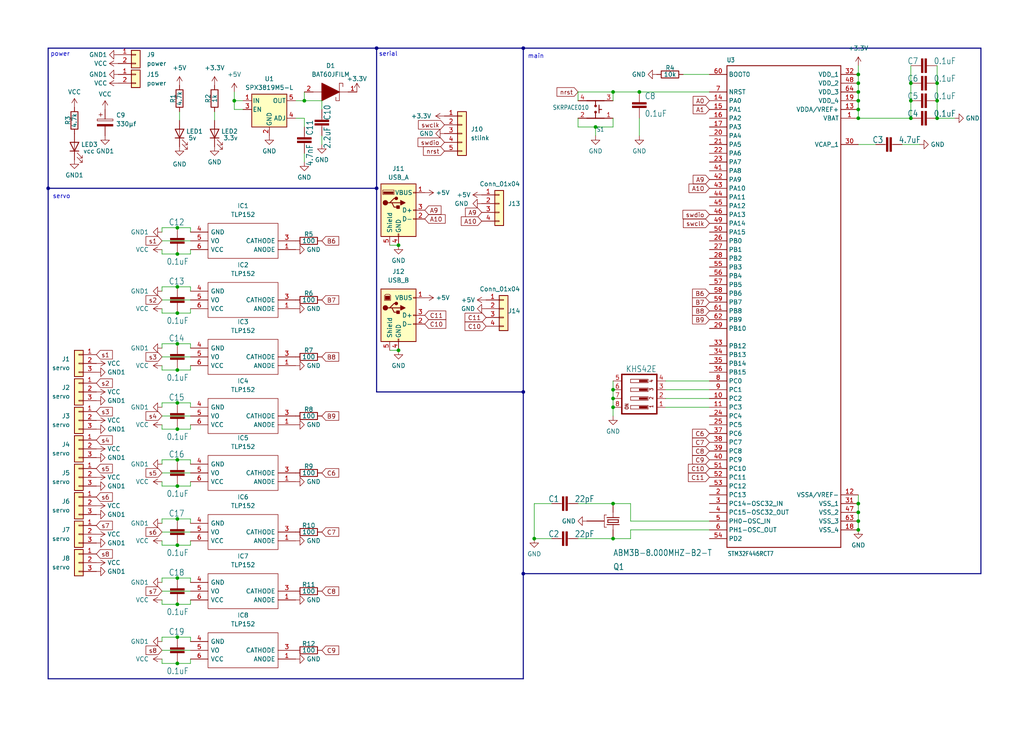
<source format=kicad_sch>
(kicad_sch (version 20230121) (generator eeschema)
  (paper "User" 297.002 212.319)
  (title_block (title "ALTAIR_SERVO_MODULE_V1") (date "2024-01-22") (rev "1.0.0") (company "-Altair-"))
  (lib_symbols
    (symbol "Connector:USB_A" (pin_names (offset 1.016))
      (property "Reference" "J" (at -5.08 11.43 0))
      (property "Value" "USB_A" (at -5.08 8.89 0))
      (symbol "USB_A_1_1"
        (pin power_in line (at 7.62 5.08 180) (length 2.54) (name "VBUS") (number "1"))
        (pin bidirectional line (at 7.62 -2.54 180) (length 2.54) (name "D-") (number "2"))
        (pin bidirectional line (at 7.62 0 180) (length 2.54) (name "D+") (number "3"))
        (pin power_in line (at 0 -10.16 90) (length 2.54) (name "GND") (number "4"))
        (pin passive line (at -2.54 -10.16 90) (length 2.54) (name "Shield") (number "5"))
      )
    )
    (symbol "Connector:USB_B" (pin_names (offset 1.016))
      (property "Reference" "J" (at -5.08 11.43 0))
      (property "Value" "USB_B" (at -5.08 8.89 0))
      (symbol "USB_B_1_1"
        (pin power_out line (at 7.62 5.08 180) (length 2.54) (name "VBUS") (number "1"))
        (pin bidirectional line (at 7.62 -2.54 180) (length 2.54) (name "D-") (number "2"))
        (pin bidirectional line (at 7.62 0 180) (length 2.54) (name "D+") (number "3"))
        (pin power_out line (at 0 -10.16 90) (length 2.54) (name "GND") (number "4"))
        (pin passive line (at -2.54 -10.16 90) (length 2.54) (name "Shield") (number "5"))
      )
    )
    (symbol "Connector_Generic:Conn_01x02" (pin_names (offset 1.016) hide)
      (property "Reference" "J" (at 0 2.54 0))
      (property "Value" "Conn_01x02" (at 0 -5.08 0))
      (symbol "Conn_01x02_1_1"
        (pin passive line (at -5.08 0 0) (length 3.81) (name "Pin_1") (number "1"))
        (pin passive line (at -5.08 -2.54 0) (length 3.81) (name "Pin_2") (number "2"))
      )
    )
    (symbol "Connector_Generic:Conn_01x03" (pin_names (offset 1.016) hide)
      (property "Reference" "J" (at 0 5.08 0))
      (property "Value" "Conn_01x03" (at 0 -5.08 0))
      (symbol "Conn_01x03_1_1"
        (pin passive line (at -5.08 2.54 0) (length 3.81) (name "Pin_1") (number "1"))
        (pin passive line (at -5.08 0 0) (length 3.81) (name "Pin_2") (number "2"))
        (pin passive line (at -5.08 -2.54 0) (length 3.81) (name "Pin_3") (number "3"))
      )
    )
    (symbol "Connector_Generic:Conn_01x04" (pin_names (offset 1.016) hide)
      (property "Reference" "J" (at 0 5.08 0))
      (property "Value" "Conn_01x04" (at 0 -7.62 0))
      (symbol "Conn_01x04_1_1"
        (pin passive line (at -5.08 2.54 0) (length 3.81) (name "Pin_1") (number "1"))
        (pin passive line (at -5.08 0 0) (length 3.81) (name "Pin_2") (number "2"))
        (pin passive line (at -5.08 -2.54 0) (length 3.81) (name "Pin_3") (number "3"))
        (pin passive line (at -5.08 -5.08 0) (length 3.81) (name "Pin_4") (number "4"))
      )
    )
    (symbol "Connector_Generic:Conn_01x05" (pin_names (offset 1.016) hide)
      (property "Reference" "J" (at 0 7.62 0))
      (property "Value" "Conn_01x05" (at 0 -7.62 0))
      (symbol "Conn_01x05_1_1"
        (pin passive line (at -5.08 5.08 0) (length 3.81) (name "Pin_1") (number "1"))
        (pin passive line (at -5.08 2.54 0) (length 3.81) (name "Pin_2") (number "2"))
        (pin passive line (at -5.08 0 0) (length 3.81) (name "Pin_3") (number "3"))
        (pin passive line (at -5.08 -2.54 0) (length 3.81) (name "Pin_4") (number "4"))
        (pin passive line (at -5.08 -5.08 0) (length 3.81) (name "Pin_5") (number "5"))
      )
    )
    (symbol "Device:C_Polarized" (pin_numbers hide) (pin_names (offset 0.254))
      (property "Reference" "C" (at 0.635 2.54 0))
      (property "Value" "C_Polarized" (at 0.635 -2.54 0))
      (symbol "C_Polarized_1_1"
        (pin passive line (at 0 3.81 270) (length 2.794) (name "~") (number "1"))
        (pin passive line (at 0 -3.81 90) (length 2.794) (name "~") (number "2"))
      )
    )
    (symbol "Device:LED" (pin_numbers hide) (pin_names (offset 1.016) hide)
      (property "Reference" "D" (at 0 2.54 0))
      (property "Value" "LED" (at 0 -2.54 0))
      (symbol "LED_1_1"
        (pin passive line (at -3.81 0 0) (length 2.54) (name "K") (number "1"))
        (pin passive line (at 3.81 0 180) (length 2.54) (name "A") (number "2"))
      )
    )
    (symbol "Device:R" (pin_numbers hide) (pin_names (offset 0))
      (property "Reference" "R" (at 2.032 0 90))
      (property "Value" "R" (at 0 0 90))
      (symbol "R_1_1"
        (pin passive line (at 0 3.81 270) (length 1.27) (name "~") (number "1"))
        (pin passive line (at 0 -3.81 90) (length 1.27) (name "~") (number "2"))
      )
    )
    (symbol "Regulator_Linear:SPX3819M5-L" (pin_names (offset 0.254))
      (property "Reference" "U" (at -3.81 5.715 0))
      (property "Value" "SPX3819M5-L" (at 0 5.715 0))
      (symbol "SPX3819M5-L_1_1"
        (pin power_in line (at -7.62 2.54 0) (length 2.54) (name "IN") (number "1"))
        (pin power_in line (at 0 -7.62 90) (length 2.54) (name "GND") (number "2"))
        (pin input line (at -7.62 0 0) (length 2.54) (name "EN") (number "3"))
        (pin input line (at 7.62 -2.54 180) (length 2.54) (name "ADJ") (number "4"))
        (pin power_out line (at 7.62 2.54 180) (length 2.54) (name "OUT") (number "5"))
      )
    )
    (symbol "SamacSys_Parts:BAT60JFILM" (pin_names (offset 0.762))
      (property "Reference" "D" (at 12.7 8.89 0))
      (property "Value" "BAT60JFILM" (at 12.7 6.35 0))
      (symbol "BAT60JFILM_0_0"
        (pin passive line (at 2.54 0 0) (length 2.54) (name "~") (number "1"))
        (pin passive line (at 17.78 0 180) (length 2.54) (name "~") (number "2"))
      )
    )
    (symbol "SamacSys_Parts:TLP152" (pin_names (offset 0.762))
      (property "Reference" "IC" (at 26.67 7.62 0))
      (property "Value" "TLP152" (at 26.67 5.08 0))
      (symbol "TLP152_0_0"
        (pin passive line (at 0 0 0) (length 5.08) (name "ANODE") (number "1"))
        (pin passive line (at 0 -2.54 0) (length 5.08) (name "CATHODE") (number "3"))
        (pin passive line (at 30.48 -5.08 180) (length 5.08) (name "GND") (number "4"))
        (pin passive line (at 30.48 -2.54 180) (length 5.08) (name "VO") (number "5"))
        (pin passive line (at 30.48 0 180) (length 5.08) (name "VCC") (number "6"))
      )
    )
    (symbol "power:+3.3V" (power) (pin_names (offset 0))
      (property "Value" "+3.3V" (at 0 3.556 0))
      (symbol "+3.3V_1_1"
        (pin power_in line (at 0 0 90) (length 0) hide (name "+3.3V") (number "1"))
      )
    )
    (symbol "power:+5V" (power) (pin_names (offset 0))
      (property "Value" "+5V" (at 0 3.556 0))
      (symbol "+5V_1_1"
        (pin power_in line (at 0 0 90) (length 0) hide (name "+5V") (number "1"))
      )
    )
    (symbol "power:GND" (power) (pin_names (offset 0))
      (property "Value" "GND" (at 0 -3.81 0))
      (symbol "GND_1_1"
        (pin power_in line (at 0 0 270) (length 0) hide (name "GND") (number "1"))
      )
    )
    (symbol "power:GND1" (power) (pin_names (offset 0))
      (property "Value" "GND1" (at 0 -3.81 0))
      (symbol "GND1_1_1"
        (pin power_in line (at 0 0 270) (length 0) hide (name "GND1") (number "1"))
      )
    )
    (symbol "power:VCC" (power) (pin_names (offset 0))
      (property "Value" "VCC" (at 0 3.81 0))
      (symbol "VCC_1_1"
        (pin power_in line (at 0 0 90) (length 0) hide (name "VCC") (number "1"))
      )
    )
    (symbol "ver1-eagle-import:ABM3B-8.000MHZ-B2-T"
      (property "Reference" "Y" (at 2.5408 1.0163 0))
      (symbol "ABM3B-8.000MHZ-B2-T_1_0"
        (pin passive line (at -5.08 0 0) (length 2.54) (name "1") (number "1"))
        (pin passive line (at 0 -7.62 90) (length 5.08) (name "GND") (number "2"))
        (pin passive line (at 5.08 0 180) (length 2.54) (name "3") (number "3"))
        (pin passive line (at 0 -7.62 90) (length 5.08) (name "GND") (number "4"))
      )
    )
    (symbol "ver1-eagle-import:C-EUC0603"
      (property "Reference" "C" (at 1.524 0.381 0))
      (symbol "C-EUC0603_1_0"
        (pin passive line (at 0 2.54 270) (length 2.54) (name "1") (number "1"))
        (pin passive line (at 0 -5.08 90) (length 2.54) (name "2") (number "2"))
      )
    )
    (symbol "ver1-eagle-import:C-EUC0805"
      (property "Reference" "C" (at 1.524 0.381 0))
      (symbol "C-EUC0805_1_0"
        (pin passive line (at 0 2.54 270) (length 2.54) (name "1") (number "1"))
        (pin passive line (at 0 -5.08 90) (length 2.54) (name "2") (number "2"))
      )
    )
    (symbol "ver1-eagle-import:KHS42E"
      (symbol "KHS42E_1_0"
        (text "1" (at -2.794 -4.064 0) (effects (font (size 0.9906 0.842) (thickness 0.1684) bold) (justify left bottom)))
        (text "2" (at -0.381 -4.064 0) (effects (font (size 0.9906 0.842) (thickness 0.1684) bold) (justify left bottom)))
        (text "3" (at 2.159 -4.064 0) (effects (font (size 0.9906 0.842) (thickness 0.1684) bold) (justify left bottom)))
        (text "4" (at 4.572 -4.064 0) (effects (font (size 0.9906 0.842) (thickness 0.1684) bold) (justify left bottom)))
        (text "ON" (at -3.302 3.048 0) (effects (font (size 0.9906 0.842) (thickness 0.1684) bold) (justify left bottom)))
        (pin passive line (at -2.54 -7.62 90) (length 2.54) (name "1") (number "1"))
        (pin passive line (at 0 -7.62 90) (length 2.54) (name "2") (number "2"))
        (pin passive line (at 2.54 -7.62 90) (length 2.54) (name "3") (number "3"))
        (pin passive line (at 5.08 -7.62 90) (length 2.54) (name "4") (number "4"))
        (pin passive line (at 5.08 7.62 270) (length 2.54) (name "5") (number "5"))
        (pin passive line (at 2.54 7.62 270) (length 2.54) (name "6") (number "6"))
        (pin passive line (at 0 7.62 270) (length 2.54) (name "7") (number "7"))
        (pin passive line (at -2.54 7.62 270) (length 2.54) (name "8") (number "8"))
      )
    )
    (symbol "ver1-eagle-import:SKRPACE010"
      (property "Reference" "S" (at -2.5431 5.0862 0))
      (symbol "SKRPACE010_1_0"
        (pin bidirectional line (at -5.08 2.54 0) (length 2.54) (name "1") (number "1"))
        (pin bidirectional line (at 5.08 2.54 180) (length 2.54) (name "2") (number "2"))
        (pin bidirectional line (at -5.08 -2.54 0) (length 2.54) (name "3") (number "3"))
        (pin bidirectional line (at 5.08 -2.54 180) (length 2.54) (name "4") (number "4"))
      )
    )
    (symbol "ver1-eagle-import:STM32F446RCT7"
      (property "Reference" "U" (at -17.8294 66.988 0))
      (symbol "STM32F446RCT7_1_0"
        (pin power_in line (at 20.32 50.8 180) (length 5.08) (name "VBAT") (number "1"))
        (pin bidirectional line (at -22.86 -30.48 0) (length 5.08) (name "PC2") (number "10"))
        (pin bidirectional line (at -22.86 -33.02 0) (length 5.08) (name "PC3") (number "11"))
        (pin power_in line (at 20.32 -58.42 180) (length 5.08) (name "VSSA/VREF-") (number "12"))
        (pin power_in line (at 20.32 53.34 180) (length 5.08) (name "VDDA/VREF+") (number "13"))
        (pin bidirectional line (at -22.86 55.88 0) (length 5.08) (name "PA0") (number "14"))
        (pin bidirectional line (at -22.86 53.34 0) (length 5.08) (name "PA1") (number "15"))
        (pin bidirectional line (at -22.86 50.8 0) (length 5.08) (name "PA2") (number "16"))
        (pin bidirectional line (at -22.86 48.26 0) (length 5.08) (name "PA3") (number "17"))
        (pin power_in line (at 20.32 -68.58 180) (length 5.08) (name "VSS_4") (number "18"))
        (pin power_in line (at 20.32 55.88 180) (length 5.08) (name "VDD_4") (number "19"))
        (pin bidirectional line (at -22.86 -58.42 0) (length 5.08) (name "PC13") (number "2"))
        (pin bidirectional line (at -22.86 45.72 0) (length 5.08) (name "PA4") (number "20"))
        (pin bidirectional line (at -22.86 43.18 0) (length 5.08) (name "PA5") (number "21"))
        (pin bidirectional line (at -22.86 40.64 0) (length 5.08) (name "PA6") (number "22"))
        (pin bidirectional line (at -22.86 38.1 0) (length 5.08) (name "PA7") (number "23"))
        (pin bidirectional line (at -22.86 -35.56 0) (length 5.08) (name "PC4") (number "24"))
        (pin bidirectional line (at -22.86 -38.1 0) (length 5.08) (name "PC5") (number "25"))
        (pin bidirectional line (at -22.86 15.24 0) (length 5.08) (name "PB0") (number "26"))
        (pin bidirectional line (at -22.86 12.7 0) (length 5.08) (name "PB1") (number "27"))
        (pin bidirectional line (at -22.86 10.16 0) (length 5.08) (name "PB2") (number "28"))
        (pin bidirectional line (at -22.86 -10.16 0) (length 5.08) (name "PB10") (number "29"))
        (pin bidirectional line (at -22.86 -60.96 0) (length 5.08) (name "PC14-OSC32_IN") (number "3"))
        (pin power_in line (at 20.32 43.18 180) (length 5.08) (name "VCAP_1") (number "30"))
        (pin power_in line (at 20.32 -60.96 180) (length 5.08) (name "VSS_1") (number "31"))
        (pin power_in line (at 20.32 63.5 180) (length 5.08) (name "VDD_1") (number "32"))
        (pin bidirectional line (at -22.86 -15.24 0) (length 5.08) (name "PB12") (number "33"))
        (pin bidirectional line (at -22.86 -17.78 0) (length 5.08) (name "PB13") (number "34"))
        (pin bidirectional line (at -22.86 -20.32 0) (length 5.08) (name "PB14") (number "35"))
        (pin bidirectional line (at -22.86 -22.86 0) (length 5.08) (name "PB15") (number "36"))
        (pin bidirectional line (at -22.86 -40.64 0) (length 5.08) (name "PC6") (number "37"))
        (pin bidirectional line (at -22.86 -43.18 0) (length 5.08) (name "PC7") (number "38"))
        (pin bidirectional line (at -22.86 -45.72 0) (length 5.08) (name "PC8") (number "39"))
        (pin bidirectional line (at -22.86 -63.5 0) (length 5.08) (name "PC15-OSC32_OUT") (number "4"))
        (pin bidirectional line (at -22.86 -48.26 0) (length 5.08) (name "PC9") (number "40"))
        (pin bidirectional line (at -22.86 35.56 0) (length 5.08) (name "PA8") (number "41"))
        (pin bidirectional line (at -22.86 33.02 0) (length 5.08) (name "PA9") (number "42"))
        (pin bidirectional line (at -22.86 30.48 0) (length 5.08) (name "PA10") (number "43"))
        (pin bidirectional line (at -22.86 27.94 0) (length 5.08) (name "PA11") (number "44"))
        (pin bidirectional line (at -22.86 25.4 0) (length 5.08) (name "PA12") (number "45"))
        (pin bidirectional line (at -22.86 22.86 0) (length 5.08) (name "PA13") (number "46"))
        (pin power_in line (at 20.32 -63.5 180) (length 5.08) (name "VSS_2") (number "47"))
        (pin power_in line (at 20.32 60.96 180) (length 5.08) (name "VDD_2") (number "48"))
        (pin bidirectional line (at -22.86 20.32 0) (length 5.08) (name "PA14") (number "49"))
        (pin bidirectional line (at -22.86 -66.04 0) (length 5.08) (name "PH0-OSC_IN") (number "5"))
        (pin bidirectional line (at -22.86 17.78 0) (length 5.08) (name "PA15") (number "50"))
        (pin bidirectional line (at -22.86 -50.8 0) (length 5.08) (name "PC10") (number "51"))
        (pin bidirectional line (at -22.86 -53.34 0) (length 5.08) (name "PC11") (number "52"))
        (pin bidirectional line (at -22.86 -55.88 0) (length 5.08) (name "PC12") (number "53"))
        (pin bidirectional line (at -22.86 -71.12 0) (length 5.08) (name "PD2") (number "54"))
        (pin bidirectional line (at -22.86 7.62 0) (length 5.08) (name "PB3") (number "55"))
        (pin bidirectional line (at -22.86 5.08 0) (length 5.08) (name "PB4") (number "56"))
        (pin bidirectional line (at -22.86 2.54 0) (length 5.08) (name "PB5") (number "57"))
        (pin bidirectional line (at -22.86 0 0) (length 5.08) (name "PB6") (number "58"))
        (pin bidirectional line (at -22.86 -2.54 0) (length 5.08) (name "PB7") (number "59"))
        (pin bidirectional line (at -22.86 -68.58 0) (length 5.08) (name "PH1-OSC_OUT") (number "6"))
        (pin input line (at -22.86 63.5 0) (length 5.08) (name "BOOT0") (number "60"))
        (pin bidirectional line (at -22.86 -5.08 0) (length 5.08) (name "PB8") (number "61"))
        (pin bidirectional line (at -22.86 -7.62 0) (length 5.08) (name "PB9") (number "62"))
        (pin power_in line (at 20.32 -66.04 180) (length 5.08) (name "VSS_3") (number "63"))
        (pin power_in line (at 20.32 58.42 180) (length 5.08) (name "VDD_3") (number "64"))
        (pin bidirectional line (at -22.86 58.42 0) (length 5.08) (name "NRST") (number "7"))
        (pin bidirectional line (at -22.86 -25.4 0) (length 5.08) (name "PC0") (number "8"))
        (pin bidirectional line (at -22.86 -27.94 0) (length 5.08) (name "PC1") (number "9"))
      )
    )
  )
  (junction (at 248.92 26.67))
  (junction (at 109.22 13.97))
  (junction (at 248.92 148.59))
  (junction (at 51.435 83.185))
  (junction (at 177.8 156.21))
  (junction (at 271.78 29.21))
  (junction (at 248.92 29.21))
  (junction (at 51.435 140.97))
  (junction (at 248.92 21.59))
  (junction (at 154.94 156.21))
  (junction (at 177.8 115.57))
  (junction (at 248.92 31.75))
  (junction (at 151.765 13.97))
  (junction (at 151.765 166.37))
  (junction (at 248.92 146.05))
  (junction (at 51.435 90.805))
  (junction (at 185.42 26.67))
  (junction (at 51.435 192.405))
  (junction (at 115.57 71.12))
  (junction (at 51.435 107.315))
  (junction (at 51.435 124.46))
  (junction (at 248.92 24.13))
  (junction (at 172.72 36.83))
  (junction (at 264.16 29.21))
  (junction (at 67.945 29.21))
  (junction (at 51.435 150.495))
  (junction (at 271.78 24.13))
  (junction (at 264.16 24.13))
  (junction (at 13.97 54.61))
  (junction (at 177.8 146.05))
  (junction (at 51.435 66.04))
  (junction (at 51.435 99.695))
  (junction (at 248.92 34.29))
  (junction (at 51.435 116.84))
  (junction (at 88.265 29.21))
  (junction (at 51.435 73.66))
  (junction (at 264.16 34.29))
  (junction (at 177.8 113.03))
  (junction (at 177.8 26.67))
  (junction (at 51.435 184.785))
  (junction (at 271.78 34.29))
  (junction (at 177.8 118.11))
  (junction (at 151.765 113.665))
  (junction (at 248.92 151.13))
  (junction (at 248.92 153.67))
  (junction (at 51.435 158.115))
  (junction (at 51.435 175.26))
  (junction (at 51.435 133.35))
  (junction (at 109.22 54.61))
  (junction (at 51.435 167.64))
  (junction (at 115.57 101.6))
  (wire (pts (xy 113.03 71.12) (xy 115.57 71.12)))
  (wire (pts (xy 46.99 116.84) (xy 46.99 118.11)))
  (wire (pts (xy 93.345 41.91) (xy 93.345 39.37)) (stroke (width 0.1524)))
  (wire (pts (xy 46.99 106.045) (xy 46.99 107.315)))
  (wire (pts (xy 248.92 21.59) (xy 248.92 19.05)) (stroke (width 0.1524)))
  (wire (pts (xy 55.245 150.495) (xy 55.245 151.765)))
  (wire (pts (xy 55.245 158.115) (xy 55.245 156.845)))
  (bus (pts (xy 284.48 166.37) (xy 151.765 166.37)))
  (wire (pts (xy 51.435 150.495) (xy 55.245 150.495)))
  (wire (pts (xy 177.8 36.83) (xy 177.8 34.29)) (stroke (width 0.1524)))
  (wire (pts (xy 172.72 36.83) (xy 172.72 39.37)) (stroke (width 0.1524)))
  (wire (pts (xy 55.245 133.35) (xy 55.245 134.62)))
  (wire (pts (xy 46.99 89.535) (xy 46.99 90.805)))
  (wire (pts (xy 264.16 29.21) (xy 264.16 34.29)) (stroke (width 0.1524)))
  (wire (pts (xy 51.435 192.405) (xy 55.245 192.405)))
  (wire (pts (xy 205.74 115.57) (xy 193.04 115.57)) (stroke (width 0.1524)))
  (wire (pts (xy 55.245 175.26) (xy 55.245 173.99)))
  (wire (pts (xy 167.64 36.83) (xy 172.72 36.83)) (stroke (width 0.1524)))
  (wire (pts (xy 46.99 73.66) (xy 51.435 73.66)))
  (wire (pts (xy 85.725 29.21) (xy 88.265 29.21)) (stroke (width 0.1524)))
  (wire (pts (xy 46.99 167.64) (xy 46.99 168.91)))
  (wire (pts (xy 46.99 123.19) (xy 46.99 124.46)))
  (wire (pts (xy 46.99 72.39) (xy 46.99 73.66)))
  (wire (pts (xy 46.99 107.315) (xy 51.435 107.315)))
  (bus (pts (xy 13.97 13.97) (xy 109.22 13.97)))
  (wire (pts (xy 67.945 31.75) (xy 70.485 31.75)) (stroke (width 0.1524)))
  (bus (pts (xy 151.765 113.665) (xy 151.765 166.37)))
  (wire (pts (xy 46.99 90.805) (xy 51.435 90.805)))
  (wire (pts (xy 167.64 26.67) (xy 177.8 26.67)) (stroke (width 0.1524)))
  (wire (pts (xy 271.78 29.21) (xy 271.78 34.29)) (stroke (width 0.1524)))
  (wire (pts (xy 51.435 158.115) (xy 55.245 158.115)))
  (wire (pts (xy 264.16 34.29) (xy 248.92 34.29)) (stroke (width 0.1524)))
  (wire (pts (xy 248.92 151.13) (xy 248.92 153.67)) (stroke (width 0.1524)))
  (wire (pts (xy 51.435 99.695) (xy 46.99 99.695)))
  (wire (pts (xy 160.02 146.05) (xy 154.94 146.05)) (stroke (width 0.1524)))
  (wire (pts (xy 51.435 167.64) (xy 55.245 167.64)))
  (wire (pts (xy 177.8 113.03) (xy 177.8 115.57)) (stroke (width 0.1524)))
  (wire (pts (xy 177.8 146.05) (xy 182.88 146.05)) (stroke (width 0.1524)))
  (wire (pts (xy 46.99 103.505) (xy 55.245 103.505)))
  (wire (pts (xy 52.07 32.385) (xy 52.07 34.925)) (stroke (width 0.1524)))
  (wire (pts (xy 271.78 34.29) (xy 276.86 34.29)) (stroke (width 0.1524)))
  (wire (pts (xy 55.245 73.66) (xy 55.245 72.39)))
  (bus (pts (xy 13.97 13.97) (xy 13.97 54.61)))
  (wire (pts (xy 93.345 29.21) (xy 93.345 31.75)) (stroke (width 0.1524)))
  (bus (pts (xy 13.97 54.61) (xy 13.97 196.85)))
  (wire (pts (xy 51.435 150.495) (xy 46.99 150.495)))
  (wire (pts (xy 62.23 32.385) (xy 62.23 34.925)) (stroke (width 0.1524)))
  (wire (pts (xy 55.245 124.46) (xy 55.245 123.19)))
  (wire (pts (xy 46.99 175.26) (xy 51.435 175.26)))
  (wire (pts (xy 264.16 24.13) (xy 264.16 29.21)) (stroke (width 0.1524)))
  (wire (pts (xy 248.92 26.67) (xy 248.92 24.13)) (stroke (width 0.1524)))
  (wire (pts (xy 154.94 146.05) (xy 154.94 156.21)) (stroke (width 0.1524)))
  (wire (pts (xy 46.99 124.46) (xy 51.435 124.46)))
  (bus (pts (xy 109.22 54.61) (xy 109.22 13.97)))
  (wire (pts (xy 182.88 153.67) (xy 205.74 153.67)) (stroke (width 0.1524)))
  (wire (pts (xy 177.8 26.67) (xy 185.42 26.67)) (stroke (width 0.1524)))
  (bus (pts (xy 151.765 13.97) (xy 151.765 113.665)))
  (wire (pts (xy 271.78 24.13) (xy 271.78 29.21)) (stroke (width 0.1524)))
  (wire (pts (xy 51.435 66.04) (xy 55.245 66.04)))
  (wire (pts (xy 51.435 73.66) (xy 55.245 73.66)))
  (wire (pts (xy 46.99 192.405) (xy 51.435 192.405)))
  (wire (pts (xy 264.16 19.05) (xy 264.16 24.13)) (stroke (width 0.1524)))
  (wire (pts (xy 261.62 41.91) (xy 266.7 41.91)) (stroke (width 0.1524)))
  (wire (pts (xy 46.99 66.04) (xy 46.99 67.31)))
  (wire (pts (xy 46.99 139.7) (xy 46.99 140.97)))
  (wire (pts (xy 88.265 29.21) (xy 93.345 29.21)) (stroke (width 0.1524)))
  (wire (pts (xy 167.64 34.29) (xy 167.64 36.83)) (stroke (width 0.1524)))
  (bus (pts (xy 109.22 13.97) (xy 151.765 13.97)))
  (wire (pts (xy 51.435 116.84) (xy 55.245 116.84)))
  (wire (pts (xy 185.42 26.67) (xy 205.74 26.67)) (stroke (width 0.1524)))
  (wire (pts (xy 51.435 83.185) (xy 46.99 83.185)))
  (wire (pts (xy 185.42 34.29) (xy 185.42 39.37)) (stroke (width 0.1524)))
  (wire (pts (xy 51.435 124.46) (xy 55.245 124.46)))
  (wire (pts (xy 248.92 148.59) (xy 248.92 151.13)) (stroke (width 0.1524)))
  (wire (pts (xy 172.72 36.83) (xy 177.8 36.83)) (stroke (width 0.1524)))
  (wire (pts (xy 88.265 34.29) (xy 88.265 36.83)) (stroke (width 0.1524)))
  (bus (pts (xy 13.97 196.85) (xy 151.765 196.85)))
  (wire (pts (xy 46.99 137.16) (xy 55.245 137.16)))
  (bus (pts (xy 13.97 54.61) (xy 109.22 54.61)))
  (wire (pts (xy 154.94 156.21) (xy 160.02 156.21)) (stroke (width 0.1524)))
  (wire (pts (xy 248.92 24.13) (xy 248.92 21.59)) (stroke (width 0.1524)))
  (wire (pts (xy 67.945 29.21) (xy 70.485 29.21)) (stroke (width 0.1524)))
  (wire (pts (xy 88.265 26.67) (xy 88.265 29.21)))
  (wire (pts (xy 248.92 29.21) (xy 248.92 26.67)) (stroke (width 0.1524)))
  (wire (pts (xy 177.8 115.57) (xy 177.8 118.11)) (stroke (width 0.1524)))
  (wire (pts (xy 205.74 110.49) (xy 193.04 110.49)) (stroke (width 0.1524)))
  (wire (pts (xy 55.245 66.04) (xy 55.245 67.31)))
  (wire (pts (xy 46.99 188.595) (xy 55.245 188.595)))
  (wire (pts (xy 51.435 133.35) (xy 55.245 133.35)))
  (bus (pts (xy 151.765 13.97) (xy 284.48 13.97)))
  (wire (pts (xy 248.92 31.75) (xy 248.92 29.21)) (stroke (width 0.1524)))
  (bus (pts (xy 151.765 196.85) (xy 151.765 166.37)))
  (wire (pts (xy 177.8 156.21) (xy 182.88 156.21)) (stroke (width 0.1524)))
  (wire (pts (xy 85.725 34.29) (xy 88.265 34.29)) (stroke (width 0.1524)))
  (wire (pts (xy 182.88 156.21) (xy 182.88 153.67)) (stroke (width 0.1524)))
  (wire (pts (xy 46.99 99.695) (xy 46.99 100.965)))
  (wire (pts (xy 55.245 140.97) (xy 55.245 139.7)))
  (wire (pts (xy 51.435 175.26) (xy 55.245 175.26)))
  (wire (pts (xy 51.435 116.84) (xy 46.99 116.84)))
  (wire (pts (xy 177.8 26.67) (xy 177.8 29.21)) (stroke (width 0.1524)))
  (wire (pts (xy 248.92 41.91) (xy 254 41.91)) (stroke (width 0.1524)))
  (wire (pts (xy 46.99 154.305) (xy 55.245 154.305)))
  (wire (pts (xy 167.64 29.21) (xy 167.64 26.67)) (stroke (width 0.1524)))
  (wire (pts (xy 46.99 86.995) (xy 55.245 86.995)))
  (wire (pts (xy 67.945 29.21) (xy 67.945 31.75)) (stroke (width 0.1524)))
  (wire (pts (xy 46.99 120.65) (xy 55.245 120.65)))
  (wire (pts (xy 113.03 101.6) (xy 115.57 101.6)))
  (wire (pts (xy 51.435 184.785) (xy 55.245 184.785)))
  (wire (pts (xy 51.435 66.04) (xy 46.99 66.04)))
  (bus (pts (xy 109.22 54.61) (xy 109.22 113.665)))
  (bus (pts (xy 109.22 113.665) (xy 151.765 113.665)))
  (wire (pts (xy 46.99 83.185) (xy 46.99 84.455)))
  (wire (pts (xy 205.74 118.11) (xy 193.04 118.11)) (stroke (width 0.1524)))
  (wire (pts (xy 51.435 184.785) (xy 46.99 184.785)))
  (wire (pts (xy 46.99 173.99) (xy 46.99 175.26)))
  (wire (pts (xy 46.99 69.85) (xy 55.245 69.85)))
  (wire (pts (xy 205.74 21.59) (xy 198.12 21.59)) (stroke (width 0.1524)))
  (wire (pts (xy 182.88 151.13) (xy 205.74 151.13)) (stroke (width 0.1524)))
  (wire (pts (xy 55.245 192.405) (xy 55.245 191.135)))
  (wire (pts (xy 248.92 34.29) (xy 248.92 31.75)) (stroke (width 0.1524)))
  (wire (pts (xy 46.99 191.135) (xy 46.99 192.405)))
  (wire (pts (xy 55.245 107.315) (xy 55.245 106.045)))
  (wire (pts (xy 55.245 90.805) (xy 55.245 89.535)))
  (wire (pts (xy 51.435 140.97) (xy 55.245 140.97)))
  (wire (pts (xy 51.435 167.64) (xy 46.99 167.64)))
  (wire (pts (xy 88.265 46.99) (xy 88.265 44.45)) (stroke (width 0.1524)))
  (wire (pts (xy 55.245 83.185) (xy 55.245 84.455)))
  (wire (pts (xy 46.99 156.845) (xy 46.99 158.115)))
  (wire (pts (xy 177.8 118.11) (xy 177.8 120.65)) (stroke (width 0.1524)))
  (wire (pts (xy 55.245 116.84) (xy 55.245 118.11)))
  (wire (pts (xy 248.92 146.05) (xy 248.92 148.59)) (stroke (width 0.1524)))
  (wire (pts (xy 46.99 184.785) (xy 46.99 186.055)))
  (bus (pts (xy 284.48 13.97) (xy 284.48 166.37)))
  (wire (pts (xy 51.435 107.315) (xy 55.245 107.315)))
  (wire (pts (xy 55.245 184.785) (xy 55.245 186.055)))
  (wire (pts (xy 51.435 133.35) (xy 46.99 133.35)))
  (wire (pts (xy 271.78 19.05) (xy 271.78 24.13)) (stroke (width 0.1524)))
  (wire (pts (xy 182.88 146.05) (xy 182.88 151.13)) (stroke (width 0.1524)))
  (wire (pts (xy 46.99 171.45) (xy 55.245 171.45)))
  (wire (pts (xy 46.99 158.115) (xy 51.435 158.115)))
  (wire (pts (xy 51.435 99.695) (xy 55.245 99.695)))
  (wire (pts (xy 51.435 90.805) (xy 55.245 90.805)))
  (wire (pts (xy 46.99 133.35) (xy 46.99 134.62)))
  (wire (pts (xy 67.945 26.67) (xy 67.945 29.21)) (stroke (width 0.1524)))
  (wire (pts (xy 177.8 156.21) (xy 167.64 156.21)) (stroke (width 0.1524)))
  (wire (pts (xy 51.435 83.185) (xy 55.245 83.185)))
  (wire (pts (xy 205.74 113.03) (xy 193.04 113.03)) (stroke (width 0.1524)))
  (wire (pts (xy 177.8 110.49) (xy 177.8 113.03)) (stroke (width 0.1524)))
  (wire (pts (xy 177.8 146.05) (xy 167.64 146.05)) (stroke (width 0.1524)))
  (wire (pts (xy 248.92 143.51) (xy 248.92 146.05)) (stroke (width 0.1524)))
  (wire (pts (xy 46.99 140.97) (xy 51.435 140.97)))
  (wire (pts (xy 55.245 167.64) (xy 55.245 168.91)))
  (wire (pts (xy 55.245 99.695) (xy 55.245 100.965)))
  (wire (pts (xy 46.99 150.495) (xy 46.99 151.765)))
  (text "serial" (at 109.855 16.51 0) (effects (font (size 1.27 1.27)) (justify left bottom)))
  (text "main\n" (at 153.035 17.145 0) (effects (font (size 1.27 1.27)) (justify left bottom)))
  (text "power\n" (at 14.605 16.51 0) (effects (font (size 1.27 1.27)) (justify left bottom)))
  (text "servo" (at 15.24 57.785 0) (effects (font (size 1.27 1.27)) (justify left bottom)))
  (global_label "C7" (shape input) (at 205.74 128.27 180) (property "Intersheetrefs" "${INTERSHEET_REFS}" (effects hide)))
  (global_label "s4" (shape input) (at 46.99 120.65 180) (property "Intersheetrefs" "${INTERSHEET_REFS}" (effects hide)))
  (global_label "s1" (shape input) (at 46.99 69.85 180) (property "Intersheetrefs" "${INTERSHEET_REFS}" (effects hide)))
  (global_label "C8" (shape input) (at 205.74 130.81 180) (property "Intersheetrefs" "${INTERSHEET_REFS}" (effects hide)))
  (global_label "C11" (shape input) (at 205.74 138.43 180) (property "Intersheetrefs" "${INTERSHEET_REFS}" (effects hide)))
  (global_label "swclk" (shape input) (at 205.74 64.77 180) (property "Intersheetrefs" "${INTERSHEET_REFS}" (effects hide)))
  (global_label "C9" (shape input) (at 93.345 188.595 0) (property "Intersheetrefs" "${INTERSHEET_REFS}" (effects hide)))
  (global_label "B8" (shape input) (at 205.74 90.17 180) (property "Intersheetrefs" "${INTERSHEET_REFS}" (effects hide)))
  (global_label "nrst" (shape input) (at 128.905 43.815 180) (property "Intersheetrefs" "${INTERSHEET_REFS}" (effects hide)))
  (global_label "C11" (shape input) (at 140.97 92.075 180) (property "Intersheetrefs" "${INTERSHEET_REFS}" (effects hide)))
  (global_label "s4" (shape input) (at 27.94 127.635 0) (property "Intersheetrefs" "${INTERSHEET_REFS}" (effects hide)))
  (global_label "C11" (shape input) (at 123.19 91.44 0) (property "Intersheetrefs" "${INTERSHEET_REFS}" (effects hide)))
  (global_label "B6" (shape input) (at 93.345 69.85 0) (property "Intersheetrefs" "${INTERSHEET_REFS}" (effects hide)))
  (global_label "A1" (shape input) (at 205.74 31.75 180) (property "Intersheetrefs" "${INTERSHEET_REFS}" (effects hide)))
  (global_label "s1" (shape input) (at 27.94 102.87 0) (property "Intersheetrefs" "${INTERSHEET_REFS}" (effects hide)))
  (global_label "s8" (shape input) (at 27.94 160.655 0) (property "Intersheetrefs" "${INTERSHEET_REFS}" (effects hide)))
  (global_label "A9" (shape input) (at 139.7 61.595 180) (property "Intersheetrefs" "${INTERSHEET_REFS}" (effects hide)))
  (global_label "s2" (shape input) (at 46.99 86.995 180) (property "Intersheetrefs" "${INTERSHEET_REFS}" (effects hide)))
  (global_label "A0" (shape input) (at 205.74 29.21 180) (property "Intersheetrefs" "${INTERSHEET_REFS}" (effects hide)))
  (global_label "s6" (shape input) (at 27.94 144.145 0) (property "Intersheetrefs" "${INTERSHEET_REFS}" (effects hide)))
  (global_label "B9" (shape input) (at 205.74 92.71 180) (property "Intersheetrefs" "${INTERSHEET_REFS}" (effects hide)))
  (global_label "s3" (shape input) (at 27.94 119.38 0) (property "Intersheetrefs" "${INTERSHEET_REFS}" (effects hide)))
  (global_label "C10" (shape input) (at 205.74 135.89 180) (property "Intersheetrefs" "${INTERSHEET_REFS}" (effects hide)))
  (global_label "C9" (shape input) (at 205.74 133.35 180) (property "Intersheetrefs" "${INTERSHEET_REFS}" (effects hide)))
  (global_label "A10" (shape input) (at 139.7 64.135 180) (property "Intersheetrefs" "${INTERSHEET_REFS}" (effects hide)))
  (global_label "C6" (shape input) (at 93.345 137.16 0) (property "Intersheetrefs" "${INTERSHEET_REFS}" (effects hide)))
  (global_label "A9" (shape input) (at 123.19 60.96 0) (property "Intersheetrefs" "${INTERSHEET_REFS}" (effects hide)))
  (global_label "B7" (shape input) (at 93.345 86.995 0) (property "Intersheetrefs" "${INTERSHEET_REFS}" (effects hide)))
  (global_label "swclk" (shape input) (at 128.905 36.195 180) (property "Intersheetrefs" "${INTERSHEET_REFS}" (effects hide)))
  (global_label "B6" (shape input) (at 205.74 85.09 180) (property "Intersheetrefs" "${INTERSHEET_REFS}" (effects hide)))
  (global_label "nrst" (shape input) (at 167.64 26.67 180) (property "Intersheetrefs" "${INTERSHEET_REFS}" (effects hide)))
  (global_label "s6" (shape input) (at 46.99 154.305 180) (property "Intersheetrefs" "${INTERSHEET_REFS}" (effects hide)))
  (global_label "C10" (shape input) (at 123.19 93.98 0) (property "Intersheetrefs" "${INTERSHEET_REFS}" (effects hide)))
  (global_label "A10" (shape input) (at 205.74 54.61 180) (property "Intersheetrefs" "${INTERSHEET_REFS}" (effects hide)))
  (global_label "B9" (shape input) (at 93.345 120.65 0) (property "Intersheetrefs" "${INTERSHEET_REFS}" (effects hide)))
  (global_label "s7" (shape input) (at 27.94 152.4 0) (property "Intersheetrefs" "${INTERSHEET_REFS}" (effects hide)))
  (global_label "s7" (shape input) (at 46.99 171.45 180) (property "Intersheetrefs" "${INTERSHEET_REFS}" (effects hide)))
  (global_label "C10" (shape input) (at 140.97 94.615 180) (property "Intersheetrefs" "${INTERSHEET_REFS}" (effects hide)))
  (global_label "C8" (shape input) (at 93.345 171.45 0) (property "Intersheetrefs" "${INTERSHEET_REFS}" (effects hide)))
  (global_label "A10" (shape input) (at 123.19 63.5 0) (property "Intersheetrefs" "${INTERSHEET_REFS}" (effects hide)))
  (global_label "C7" (shape input) (at 93.345 154.305 0) (property "Intersheetrefs" "${INTERSHEET_REFS}" (effects hide)))
  (global_label "B8" (shape input) (at 93.345 103.505 0) (property "Intersheetrefs" "${INTERSHEET_REFS}" (effects hide)))
  (global_label "B7" (shape input) (at 205.74 87.63 180) (property "Intersheetrefs" "${INTERSHEET_REFS}" (effects hide)))
  (global_label "s5" (shape input) (at 27.94 135.89 0) (property "Intersheetrefs" "${INTERSHEET_REFS}" (effects hide)))
  (global_label "C6" (shape input) (at 205.74 125.73 180) (property "Intersheetrefs" "${INTERSHEET_REFS}" (effects hide)))
  (global_label "s2" (shape input) (at 27.94 111.125 0) (property "Intersheetrefs" "${INTERSHEET_REFS}" (effects hide)))
  (global_label "s5" (shape input) (at 46.99 137.16 180) (property "Intersheetrefs" "${INTERSHEET_REFS}" (effects hide)))
  (global_label "s8" (shape input) (at 46.99 188.595 180) (property "Intersheetrefs" "${INTERSHEET_REFS}" (effects hide)))
  (global_label "A9" (shape input) (at 205.74 52.07 180) (property "Intersheetrefs" "${INTERSHEET_REFS}" (effects hide)))
  (global_label "swdio" (shape input) (at 128.905 41.275 180) (property "Intersheetrefs" "${INTERSHEET_REFS}" (effects hide)))
  (global_label "swdio" (shape input) (at 205.74 62.23 180) (property "Intersheetrefs" "${INTERSHEET_REFS}" (effects hide)))
  (global_label "s3" (shape input) (at 46.99 103.505 180) (property "Intersheetrefs" "${INTERSHEET_REFS}" (effects hide)))
  (symbol (lib_id "power:VCC") (at 27.94 163.195 270) (unit 1)
    (property "Reference" "#PWR039" (effects hide))
    (property "Value" "VCC" (at 31.115 163.195 90) (effects (justify left)))
  )
  (symbol (lib_id "power:GND") (at 170.18 151.13 270) (unit 1)
    (property "Reference" "#PWR010" (effects hide))
    (property "Value" "GND" (at 167.005 151.13 90) (effects (justify right)))
  )
  (symbol (lib_id "Connector_Generic:Conn_01x05") (at 133.985 38.735 0) (unit 1)
    (property "Reference" "J10" (at 136.525 37.465 0) (effects (justify left)))
    (property "Value" "stlink" (at 136.525 40.005 0) (effects (justify left)))
    (property "Footprint" "Connector_JST:JST_XA_S05B-XASK-1_1x05_P2.50mm_Horizontal" (effects hide))
  )
  (symbol (lib_id "ver1-eagle-import:C-EUC0603") (at 51.435 102.235 0) (unit 1)
    (property "Reference" "C14" (at 48.895 99.06 0) (effects (font (size 1.778 1.5113)) (justify left bottom)))
    (property "Value" "0.1uF" (at 48.26 110.49 0) (effects (font (size 1.778 1.5113)) (justify left bottom)))
    (property "Footprint" "Capacitor_SMD:C_0603_1608Metric" (effects hide))
  )
  (symbol (lib_id "power:VCC") (at 46.99 191.135 90) (unit 1)
    (property "Reference" "#PWR068" (effects hide))
    (property "Value" "VCC" (at 43.18 191.135 90) (effects (justify left)))
  )
  (symbol (lib_id "ver1-eagle-import:SKRPACE010") (at 172.72 31.75 180) (unit 1)
    (property "Reference" "S1" (at 175.2631 36.8362 0) (effects (font (size 1.2715 1.0807)) (justify left bottom)))
    (property "Value" "SKRPACE010" (at 170.815 30.48 0) (effects (font (size 1.2721 1.0812)) (justify left bottom)))
    (property "Footprint" "SamacSys_Parts:SMT_4.2X3.2_" (effects hide))
  )
  (symbol (lib_id "power:GND1") (at 46.99 151.765 270) (unit 1)
    (property "Reference" "#PWR061" (effects hide))
    (property "Value" "GND1" (at 43.18 151.765 90) (effects (justify right)))
  )
  (symbol (lib_id "power:GND1") (at 27.94 107.95 90) (unit 1)
    (property "Reference" "#PWR049" (effects hide))
    (property "Value" "GND1" (at 31.115 107.95 90) (effects (justify right)))
  )
  (symbol (lib_id "SamacSys_Parts:TLP152") (at 85.725 89.535 180) (unit 1)
    (property "Reference" "IC2" (at 70.485 76.835 0))
    (property "Value" "TLP152" (at 70.485 79.375 0))
    (property "Footprint" "SamacSys_Parts:11-4L1S_5-PIN-SOIC_" (effects hide))
    (property "Datasheet" "https://toshiba.semicon-storage.com/info/docget.jsp?did=13615&prodName=TLP152" (effects hide))
    (property "Description" "Toshiba TLP152 DC Input IC Output Optocoupler, Surface Mount, 5-Pin SOIC" (effects hide))
    (property "Manufacturer_Name" "Toshiba" (effects hide))
    (property "Manufacturer_Part_Number" "TLP152" (effects hide))
    (property "Mouser Part Number" "N/A" (effects hide))
    (property "Mouser Price/Stock" "https://www.mouser.co.uk/ProductDetail/Toshiba/TLP152?qs=By6Nw2ByBD2GUhMLt%252Br11A%3D%3D" (effects hide))
  )
  (symbol (lib_id "SamacSys_Parts:TLP152") (at 85.725 106.045 180) (unit 1)
    (property "Reference" "IC3" (at 70.485 93.345 0))
    (property "Value" "TLP152" (at 70.485 95.885 0))
    (property "Footprint" "SamacSys_Parts:11-4L1S_5-PIN-SOIC_" (effects hide))
    (property "Datasheet" "https://toshiba.semicon-storage.com/info/docget.jsp?did=13615&prodName=TLP152" (effects hide))
    (property "Description" "Toshiba TLP152 DC Input IC Output Optocoupler, Surface Mount, 5-Pin SOIC" (effects hide))
    (property "Manufacturer_Name" "Toshiba" (effects hide))
    (property "Manufacturer_Part_Number" "TLP152" (effects hide))
    (property "Mouser Part Number" "N/A" (effects hide))
    (property "Mouser Price/Stock" "https://www.mouser.co.uk/ProductDetail/Toshiba/TLP152?qs=By6Nw2ByBD2GUhMLt%252Br11A%3D%3D" (effects hide))
  )
  (symbol (lib_id "power:GND") (at 62.23 42.545 0) (unit 1)
    (property "Reference" "#PWR05" (effects hide))
    (property "Value" "GND" (at 62.23 46.99 0))
  )
  (symbol (lib_id "power:GND") (at 85.725 123.19 90) (unit 1)
    (property "Reference" "#PWR058" (effects hide))
    (property "Value" "GND" (at 88.9 123.19 90) (effects (justify right)))
  )
  (symbol (lib_id "power:GND") (at 139.7 59.055 270) (unit 1)
    (property "Reference" "#PWR025" (effects hide))
    (property "Value" "GND" (at 135.89 59.055 90) (effects (justify right)))
  )
  (symbol (lib_id "power:GND1") (at 46.99 168.91 270) (unit 1)
    (property "Reference" "#PWR065" (effects hide))
    (property "Value" "GND1" (at 43.18 168.91 90) (effects (justify right)))
  )
  (symbol (lib_id "SamacSys_Parts:BAT60JFILM") (at 106.045 26.67 180) (unit 1)
    (property "Reference" "D1" (at 95.885 19.05 0))
    (property "Value" "BAT60JFILM" (at 95.885 21.59 0))
    (property "Footprint" "SamacSys_Parts:SOD2513X117N" (effects hide))
    (property "Datasheet" "https://www.mouser.jp/datasheet/2/389/cd00001944-1795661.pdf" (effects hide))
    (property "Description" "SMALL SIGNAL SCHOTTKY DIODE" (effects hide))
    (property "Height" "1.17" (effects hide))
    (property "Manufacturer_Name" "STMicroelectronics" (effects hide))
    (property "Manufacturer_Part_Number" "BAT60JFILM" (effects hide))
    (property "Mouser Part Number" "511-BAT60JFILM" (effects hide))
    (property "Mouser Price/Stock" "https://www.mouser.co.uk/ProductDetail/STMicroelectronics/BAT60JFILM?qs=GnFZssByvVVVnMaukcyLZg%3D%3D" (effects hide))
    (property "Arrow Part Number" "BAT60JFILM" (effects hide))
    (property "Arrow Price/Stock" "https://www.arrow.com/en/products/bat60jfilm/stmicroelectronics?region=nac" (effects hide))
  )
  (symbol (lib_id "ver1-eagle-import:C-EUC0603") (at 93.345 34.29 0) (unit 1)
    (property "Reference" "C10" (at 95.885 34.925 90) (effects (font (size 1.778 1.5113)) (justify left bottom)))
    (property "Value" "2.2uF" (at 95.885 43.18 90) (effects (font (size 1.778 1.5113)) (justify left bottom)))
    (property "Footprint" "Capacitor_SMD:C_0603_1608Metric" (effects hide))
  )
  (symbol (lib_id "Connector_Generic:Conn_01x03") (at 22.86 105.41 0) (mirror y) (unit 1)
    (property "Reference" "J1" (at 20.32 104.14 0) (effects (justify left)))
    (property "Value" "servo" (at 20.32 106.68 0) (effects (justify left)))
    (property "Footprint" "Connector_JST:JST_XA_S03B-XASK-1_1x03_P2.50mm_Horizontal" (effects hide))
  )
  (symbol (lib_id "Device:R") (at 194.31 21.59 90) (unit 1)
    (property "Reference" "R4" (at 194.31 19.685 90))
    (property "Value" "10k" (at 194.31 21.59 90))
    (property "Footprint" "Resistor_SMD:R_0603_1608Metric" (effects hide))
  )
  (symbol (lib_id "power:VCC") (at 46.99 156.845 90) (unit 1)
    (property "Reference" "#PWR062" (effects hide))
    (property "Value" "VCC" (at 43.18 156.845 90) (effects (justify left)))
  )
  (symbol (lib_id "power:VCC") (at 34.29 24.13 90) (unit 1)
    (property "Reference" "#PWR076" (effects hide))
    (property "Value" "VCC" (at 31.115 24.13 90) (effects (justify left)))
  )
  (symbol (lib_id "power:GND") (at 276.86 34.29 90) (unit 1)
    (property "Reference" "#PWR02" (effects hide))
    (property "Value" "GND" (at 280.035 34.29 90) (effects (justify right)))
  )
  (symbol (lib_id "ver1-eagle-import:C-EUC0603") (at 162.56 156.21 90) (unit 1)
    (property "Reference" "C2" (at 159.004 155.829 90) (effects (font (size 1.778 1.5113)) (justify right top)))
    (property "Value" "22pF" (at 166.624 155.829 90) (effects (font (size 1.778 1.5113)) (justify right top)))
    (property "Footprint" "Capacitor_SMD:C_0603_1608Metric" (effects hide))
  )
  (symbol (lib_id "power:GND") (at 115.57 101.6 0) (unit 1)
    (property "Reference" "#PWR075" (effects hide))
    (property "Value" "GND" (at 115.57 106.045 0))
  )
  (symbol (lib_id "Device:LED") (at 21.59 42.545 90) (unit 1)
    (property "Reference" "LED3" (at 23.495 41.91 90) (effects (justify right)))
    (property "Value" "vcc" (at 24.13 43.815 90) (effects (justify right)))
    (property "Footprint" "LED_SMD:LED_0603_1608Metric" (effects hide))
  )
  (symbol (lib_id "Connector_Generic:Conn_01x03") (at 22.86 154.94 0) (mirror y) (unit 1)
    (property "Reference" "J7" (at 20.32 153.67 0) (effects (justify left)))
    (property "Value" "servo" (at 20.32 156.21 0) (effects (justify left)))
    (property "Footprint" "Connector_JST:JST_XA_S03B-XASK-1_1x03_P2.50mm_Horizontal" (effects hide))
  )
  (symbol (lib_id "power:GND1") (at 21.59 46.355 0) (unit 1)
    (property "Reference" "#PWR028" (effects hide))
    (property "Value" "GND1" (at 21.59 50.8 0))
  )
  (symbol (lib_id "power:+5V") (at 52.07 24.765 0) (unit 1)
    (property "Reference" "#PWR027" (effects hide))
    (property "Value" "+5V" (at 52.07 19.685 0))
  )
  (symbol (lib_id "power:GND1") (at 27.94 165.735 90) (unit 1)
    (property "Reference" "#PWR045" (effects hide))
    (property "Value" "GND1" (at 31.115 165.735 90) (effects (justify right)))
  )
  (symbol (lib_id "SamacSys_Parts:TLP152") (at 85.725 123.19 180) (unit 1)
    (property "Reference" "IC4" (at 70.485 110.49 0))
    (property "Value" "TLP152" (at 70.485 113.03 0))
    (property "Footprint" "SamacSys_Parts:11-4L1S_5-PIN-SOIC_" (effects hide))
    (property "Datasheet" "https://toshiba.semicon-storage.com/info/docget.jsp?did=13615&prodName=TLP152" (effects hide))
    (property "Description" "Toshiba TLP152 DC Input IC Output Optocoupler, Surface Mount, 5-Pin SOIC" (effects hide))
    (property "Manufacturer_Name" "Toshiba" (effects hide))
    (property "Manufacturer_Part_Number" "TLP152" (effects hide))
    (property "Mouser Part Number" "N/A" (effects hide))
    (property "Mouser Price/Stock" "https://www.mouser.co.uk/ProductDetail/Toshiba/TLP152?qs=By6Nw2ByBD2GUhMLt%252Br11A%3D%3D" (effects hide))
  )
  (symbol (lib_id "Connector_Generic:Conn_01x02") (at 39.37 21.59 0) (unit 1)
    (property "Reference" "J15" (at 42.545 21.59 0) (effects (justify left)))
    (property "Value" "power" (at 42.545 24.13 0) (effects (justify left)))
    (property "Footprint" "Connector_AMASS:AMASS_XT60PW-M_1x02_P7.20mm_Horizontal" (effects hide))
  )
  (symbol (lib_id "power:+5V") (at 67.945 26.67 0) (unit 1)
    (property "Reference" "#PWR026" (effects hide))
    (property "Value" "+5V" (at 67.945 21.59 0))
  )
  (symbol (lib_id "power:GND1") (at 46.99 134.62 270) (unit 1)
    (property "Reference" "#PWR059" (effects hide))
    (property "Value" "GND1" (at 43.18 134.62 90) (effects (justify right)))
  )
  (symbol (lib_id "power:GND1") (at 46.99 100.965 270) (unit 1)
    (property "Reference" "#PWR053" (effects hide))
    (property "Value" "GND1" (at 43.18 100.965 90) (effects (justify right)))
  )
  (symbol (lib_id "Device:R") (at 89.535 188.595 90) (unit 1)
    (property "Reference" "R12" (at 89.535 186.69 90))
    (property "Value" "100" (at 89.535 188.595 90))
    (property "Footprint" "Resistor_SMD:R_0603_1608Metric" (effects hide))
  )
  (symbol (lib_id "power:GND") (at 85.725 156.845 90) (unit 1)
    (property "Reference" "#PWR064" (effects hide))
    (property "Value" "GND" (at 88.9 156.845 90) (effects (justify right)))
  )
  (symbol (lib_id "SamacSys_Parts:TLP152") (at 85.725 173.99 180) (unit 1)
    (property "Reference" "IC7" (at 70.485 161.29 0))
    (property "Value" "TLP152" (at 70.485 163.83 0))
    (property "Footprint" "SamacSys_Parts:11-4L1S_5-PIN-SOIC_" (effects hide))
    (property "Datasheet" "https://toshiba.semicon-storage.com/info/docget.jsp?did=13615&prodName=TLP152" (effects hide))
    (property "Description" "Toshiba TLP152 DC Input IC Output Optocoupler, Surface Mount, 5-Pin SOIC" (effects hide))
    (property "Manufacturer_Name" "Toshiba" (effects hide))
    (property "Manufacturer_Part_Number" "TLP152" (effects hide))
    (property "Mouser Part Number" "N/A" (effects hide))
    (property "Mouser Price/Stock" "https://www.mouser.co.uk/ProductDetail/Toshiba/TLP152?qs=By6Nw2ByBD2GUhMLt%252Br11A%3D%3D" (effects hide))
  )
  (symbol (lib_id "power:GND1") (at 46.99 118.11 270) (unit 1)
    (property "Reference" "#PWR055" (effects hide))
    (property "Value" "GND1" (at 43.18 118.11 90) (effects (justify right)))
  )
  (symbol (lib_id "power:GND") (at 85.725 173.99 90) (unit 1)
    (property "Reference" "#PWR069" (effects hide))
    (property "Value" "GND" (at 88.9 173.99 90) (effects (justify right)))
  )
  (symbol (lib_id "ver1-eagle-import:C-EUC0603") (at 51.435 170.18 0) (unit 1)
    (property "Reference" "C18" (at 48.895 167.005 0) (effects (font (size 1.778 1.5113)) (justify left bottom)))
    (property "Value" "0.1uF" (at 48.26 178.435 0) (effects (font (size 1.778 1.5113)) (justify left bottom)))
    (property "Footprint" "Capacitor_SMD:C_0603_1608Metric" (effects hide))
  )
  (symbol (lib_id "power:GND1") (at 46.99 186.055 270) (unit 1)
    (property "Reference" "#PWR067" (effects hide))
    (property "Value" "GND1" (at 43.18 186.055 90) (effects (justify right)))
  )
  (symbol (lib_id "power:VCC") (at 27.94 146.685 270) (unit 1)
    (property "Reference" "#PWR037" (effects hide))
    (property "Value" "VCC" (at 31.115 146.685 90) (effects (justify left)))
  )
  (symbol (lib_id "power:GND") (at 85.725 106.045 90) (unit 1)
    (property "Reference" "#PWR057" (effects hide))
    (property "Value" "GND" (at 88.9 106.045 90) (effects (justify right)))
  )
  (symbol (lib_id "Device:R") (at 89.535 103.505 90) (unit 1)
    (property "Reference" "R7" (at 89.535 101.6 90))
    (property "Value" "100" (at 89.535 103.505 90))
    (property "Footprint" "Resistor_SMD:R_0603_1608Metric" (effects hide))
  )
  (symbol (lib_id "ver1-eagle-import:C-EUC0603") (at 88.265 39.37 0) (unit 1)
    (property "Reference" "C11" (at 90.805 39.37 90) (effects (font (size 1.778 1.5113)) (justify left bottom)))
    (property "Value" "4.7nF" (at 90.805 48.26 90) (effects (font (size 1.778 1.5113)) (justify left bottom)))
    (property "Footprint" "Capacitor_SMD:C_0603_1608Metric" (effects hide))
  )
  (symbol (lib_id "power:VCC") (at 27.94 130.175 270) (unit 1)
    (property "Reference" "#PWR035" (effects hide))
    (property "Value" "VCC" (at 31.115 130.175 90) (effects (justify left)))
  )
  (symbol (lib_id "power:GND") (at 177.8 120.65 0) (unit 1)
    (property "Reference" "#PWR012" (effects hide))
    (property "Value" "GND" (at 177.8 125.095 0))
  )
  (symbol (lib_id "power:+5V") (at 140.97 86.995 90) (mirror x) (unit 1)
    (property "Reference" "#PWR030" (effects hide))
    (property "Value" "+5V" (at 137.795 86.995 90) (effects (justify left)))
  )
  (symbol (lib_id "power:GND") (at 128.905 38.735 270) (unit 1)
    (property "Reference" "#PWR029" (effects hide))
    (property "Value" "GND" (at 125.73 38.735 90) (effects (justify right)))
  )
  (symbol (lib_id "Regulator_Linear:SPX3819M5-L") (at 78.105 31.75 0) (unit 1)
    (property "Reference" "U1" (at 78.105 22.86 0))
    (property "Value" "SPX3819M5-L" (at 78.105 25.4 0))
    (property "Footprint" "Package_TO_SOT_SMD:SOT-23-5" (effects hide))
    (property "Datasheet" "https://www.exar.com/content/document.ashx?id=22106&languageid=1033&type=Datasheet&partnumber=SPX3819&filename=SPX3819.pdf&part=SPX3819" (effects hide))
  )
  (symbol (lib_id "power:GND1") (at 27.94 116.205 90) (unit 1)
    (property "Reference" "#PWR040" (effects hide))
    (property "Value" "GND1" (at 31.115 116.205 90) (effects (justify right)))
  )
  (symbol (lib_id "power:GND") (at 154.94 156.21 0) (unit 1)
    (property "Reference" "#PWR09" (effects hide))
    (property "Value" "GND" (at 154.94 160.655 0))
  )
  (symbol (lib_id "power:GND") (at 266.7 41.91 90) (unit 1)
    (property "Reference" "#PWR03" (effects hide))
    (property "Value" "GND" (at 269.875 41.91 90) (effects (justify right)))
  )
  (symbol (lib_id "ver1-eagle-import:C-EUC0603") (at 51.435 135.89 0) (unit 1)
    (property "Reference" "C16" (at 48.895 132.715 0) (effects (font (size 1.778 1.5113)) (justify left bottom)))
    (property "Value" "0.1uF" (at 48.26 144.145 0) (effects (font (size 1.778 1.5113)) (justify left bottom)))
    (property "Footprint" "Capacitor_SMD:C_0603_1608Metric" (effects hide))
  )
  (symbol (lib_id "ver1-eagle-import:KHS42E") (at 185.42 115.57 90) (unit 1)
    (property "Reference" "S2" (effects hide))
    (property "Value" "KHS42E" (at 190.5 106.045 90) (effects (font (size 1.778 1.5113)) (justify left bottom)))
    (property "Footprint" "servoV1:SOIC127P600X175-8N" (effects hide))
  )
  (symbol (lib_id "Connector_Generic:Conn_01x03") (at 22.86 163.195 0) (mirror y) (unit 1)
    (property "Reference" "J8" (at 20.32 161.925 0) (effects (justify left)))
    (property "Value" "servo" (at 20.32 164.465 0) (effects (justify left)))
    (property "Footprint" "Connector_JST:JST_XA_S03B-XASK-1_1x03_P2.50mm_Horizontal" (effects hide))
  )
  (symbol (lib_id "power:VCC") (at 46.99 72.39 90) (unit 1)
    (property "Reference" "#PWR052" (effects hide))
    (property "Value" "VCC" (at 43.18 72.39 90) (effects (justify left)))
  )
  (symbol (lib_id "power:+5V") (at 123.19 55.88 270) (unit 1)
    (property "Reference" "#PWR072" (effects hide))
    (property "Value" "+5V" (at 126.365 55.88 90) (effects (justify left)))
  )
  (symbol (lib_id "power:+3.3V") (at 248.92 19.05 0) (unit 1)
    (property "Reference" "#PWR017" (effects hide))
    (property "Value" "+3.3V" (at 248.92 13.97 0))
  )
  (symbol (lib_id "Device:R") (at 21.59 34.925 180) (unit 1)
    (property "Reference" "R3" (at 19.685 34.925 90))
    (property "Value" "4.7k" (at 21.59 34.925 90))
    (property "Footprint" "Resistor_SMD:R_0603_1608Metric" (effects hide))
  )
  (symbol (lib_id "power:GND") (at 115.57 71.12 0) (unit 1)
    (property "Reference" "#PWR074" (effects hide))
    (property "Value" "GND" (at 115.57 75.565 0))
  )
  (symbol (lib_id "Device:LED") (at 52.07 38.735 90) (unit 1)
    (property "Reference" "LED1" (at 53.975 38.1 90) (effects (justify right)))
    (property "Value" "5v" (at 54.61 40.005 90) (effects (justify right)))
    (property "Footprint" "LED_SMD:LED_0603_1608Metric" (effects hide))
  )
  (symbol (lib_id "power:GND") (at 85.725 139.7 90) (unit 1)
    (property "Reference" "#PWR063" (effects hide))
    (property "Value" "GND" (at 88.9 139.7 90) (effects (justify right)))
  )
  (symbol (lib_id "power:VCC") (at 46.99 123.19 90) (unit 1)
    (property "Reference" "#PWR056" (effects hide))
    (property "Value" "VCC" (at 43.18 123.19 90) (effects (justify left)))
  )
  (symbol (lib_id "ver1-eagle-import:C-EUC0805") (at 266.7 24.13 90) (unit 1)
    (property "Reference" "C6" (at 263.144 23.749 90) (effects (font (size 1.778 1.5113)) (justify right top)))
    (property "Value" "0.1uF" (at 270.764 23.749 90) (effects (font (size 1.778 1.5113)) (justify right top)))
    (property "Footprint" "Capacitor_SMD:C_0603_1608Metric" (effects hide))
  )
  (symbol (lib_id "ver1-eagle-import:STM32F446RCT7") (at 228.6 85.09 0) (unit 1)
    (property "Reference" "U3" (at 210.7706 18.102 0) (effects (font (size 1.2735 1.0824)) (justify left bottom)))
    (property "Value" "STM32F446RCT7" (at 211.0161 161.2869 0) (effects (font (size 1.2741 1.0829)) (justify left bottom)))
    (property "Footprint" "SamacSys_Parts:QFP50P1200X1200X160-64N" (effects hide))
  )
  (symbol (lib_id "power:VCC") (at 30.48 31.75 0) (unit 1)
    (property "Reference" "#PWR021" (effects hide))
    (property "Value" "VCC" (at 30.48 27.305 0))
  )
  (symbol (lib_id "Device:R") (at 62.23 28.575 180) (unit 1)
    (property "Reference" "R2" (at 60.325 28.575 90))
    (property "Value" "1k" (at 62.23 28.575 90))
    (property "Footprint" "Resistor_SMD:R_0603_1608Metric" (effects hide))
  )
  (symbol (lib_id "power:GND") (at 172.72 39.37 0) (unit 1)
    (property "Reference" "#PWR013" (effects hide))
    (property "Value" "GND" (at 172.72 43.815 0))
  )
  (symbol (lib_id "power:VCC") (at 46.99 89.535 90) (unit 1)
    (property "Reference" "#PWR050" (effects hide))
    (property "Value" "VCC" (at 43.18 89.535 90) (effects (justify left)))
  )
  (symbol (lib_id "power:GND") (at 93.345 41.91 0) (unit 1)
    (property "Reference" "#PWR08" (effects hide))
    (property "Value" "GND" (at 93.345 46.355 0))
  )
  (symbol (lib_id "power:VCC") (at 21.59 31.115 0) (unit 1)
    (property "Reference" "#PWR023" (effects hide))
    (property "Value" "VCC" (at 21.59 26.67 0))
  )
  (symbol (lib_id "power:VCC") (at 46.99 173.99 90) (unit 1)
    (property "Reference" "#PWR066" (effects hide))
    (property "Value" "VCC" (at 43.18 173.99 90) (effects (justify left)))
  )
  (symbol (lib_id "Connector:USB_B") (at 115.57 91.44 0) (unit 1)
    (property "Reference" "J12" (at 115.57 78.74 0))
    (property "Value" "USB_B" (at 115.57 81.28 0))
    (property "Footprint" "Connector_USB:USB_B_Lumberg_2411_02_Horizontal" (effects hide))
    (property "Datasheet" " ~" (effects hide))
  )
  (symbol (lib_id "power:GND") (at 78.105 39.37 0) (unit 1)
    (property "Reference" "#PWR06" (effects hide))
    (property "Value" "GND" (at 78.105 43.815 0))
  )
  (symbol (lib_id "Connector_Generic:Conn_01x04") (at 146.05 89.535 0) (unit 1)
    (property "Reference" "J14" (at 147.32 90.17 0) (effects (justify left)))
    (property "Value" "Conn_01x04" (at 139.065 83.82 0) (effects (justify left)))
    (property "Footprint" "Connector_JST:JST_XA_B04B-XASK-1_1x04_P2.50mm_Vertical" (effects hide))
  )
  (symbol (lib_id "power:+3.3V") (at 103.505 26.67 0) (unit 1)
    (property "Reference" "#PWR019" (effects hide))
    (property "Value" "+3.3V" (at 103.505 22.86 0))
  )
  (symbol (lib_id "power:GND") (at 185.42 39.37 0) (unit 1)
    (property "Reference" "#PWR014" (effects hide))
    (property "Value" "GND" (at 185.42 43.815 0))
  )
  (symbol (lib_id "power:GND1") (at 34.29 21.59 270) (unit 1)
    (property "Reference" "#PWR077" (effects hide))
    (property "Value" "GND1" (at 31.115 21.59 90) (effects (justify right)))
  )
  (symbol (lib_id "power:GND") (at 248.92 153.67 0) (unit 1)
    (property "Reference" "#PWR011" (effects hide))
    (property "Value" "GND" (at 248.92 158.115 0))
  )
  (symbol (lib_id "ver1-eagle-import:C-EUC0805") (at 266.7 34.29 90) (unit 1)
    (property "Reference" "C4" (at 263.144 33.909 90) (effects (font (size 1.778 1.5113)) (justify right top)))
    (property "Value" "0.1uF" (at 270.764 33.909 90) (effects (font (size 1.778 1.5113)) (justify right top)))
    (property "Footprint" "Capacitor_SMD:C_0603_1608Metric" (effects hide))
  )
  (symbol (lib_id "power:GND") (at 85.725 89.535 90) (unit 1)
    (property "Reference" "#PWR046" (effects hide))
    (property "Value" "GND" (at 88.9 89.535 90) (effects (justify right)))
  )
  (symbol (lib_id "power:GND1") (at 46.99 67.31 270) (unit 1)
    (property "Reference" "#PWR051" (effects hide))
    (property "Value" "GND1" (at 43.18 67.31 90) (effects (justify right)))
  )
  (symbol (lib_id "power:GND") (at 85.725 72.39 90) (unit 1)
    (property "Reference" "#PWR048" (effects hide))
    (property "Value" "GND" (at 88.9 72.39 90) (effects (justify right)))
  )
  (symbol (lib_id "SamacSys_Parts:TLP152") (at 85.725 156.845 180) (unit 1)
    (property "Reference" "IC6" (at 70.485 144.145 0))
    (property "Value" "TLP152" (at 70.485 146.685 0))
    (property "Footprint" "SamacSys_Parts:11-4L1S_5-PIN-SOIC_" (effects hide))
    (property "Datasheet" "https://toshiba.semicon-storage.com/info/docget.jsp?did=13615&prodName=TLP152" (effects hide))
    (property "Description" "Toshiba TLP152 DC Input IC Output Optocoupler, Surface Mount, 5-Pin SOIC" (effects hide))
    (property "Manufacturer_Name" "Toshiba" (effects hide))
    (property "Manufacturer_Part_Number" "TLP152" (effects hide))
    (property "Mouser Part Number" "N/A" (effects hide))
    (property "Mouser Price/Stock" "https://www.mouser.co.uk/ProductDetail/Toshiba/TLP152?qs=By6Nw2ByBD2GUhMLt%252Br11A%3D%3D" (effects hide))
  )
  (symbol (lib_id "ver1-eagle-import:C-EUC0603") (at 51.435 119.38 0) (unit 1)
    (property "Reference" "C15" (at 48.895 116.205 0) (effects (font (size 1.778 1.5113)) (justify left bottom)))
    (property "Value" "0.1uF" (at 48.26 127.635 0) (effects (font (size 1.778 1.5113)) (justify left bottom)))
    (property "Footprint" "Capacitor_SMD:C_0603_1608Metric" (effects hide))
  )
  (symbol (lib_id "power:VCC") (at 27.94 121.92 270) (unit 1)
    (property "Reference" "#PWR034" (effects hide))
    (property "Value" "VCC" (at 31.115 121.92 90) (effects (justify left)))
  )
  (symbol (lib_id "ver1-eagle-import:C-EUC0805") (at 266.7 19.05 90) (unit 1)
    (property "Reference" "C7" (at 263.144 18.669 90) (effects (font (size 1.778 1.5113)) (justify right top)))
    (property "Value" "0.1uF" (at 270.764 18.669 90) (effects (font (size 1.778 1.5113)) (justify right top)))
    (property "Footprint" "Capacitor_SMD:C_0603_1608Metric" (effects hide))
  )
  (symbol (lib_id "power:VCC") (at 34.29 18.415 90) (unit 1)
    (property "Reference" "#PWR016" (effects hide))
    (property "Value" "VCC" (at 31.115 18.415 90) (effects (justify left)))
  )
  (symbol (lib_id "Connector_Generic:Conn_01x03") (at 22.86 146.685 0) (mirror y) (unit 1)
    (property "Reference" "J6" (at 20.32 145.415 0) (effects (justify left)))
    (property "Value" "servo" (at 20.32 147.955 0) (effects (justify left)))
    (property "Footprint" "Connector_JST:JST_XA_S03B-XASK-1_1x03_P2.50mm_Horizontal" (effects hide))
  )
  (symbol (lib_id "Device:R") (at 89.535 86.995 90) (unit 1)
    (property "Reference" "R6" (at 89.535 85.09 90))
    (property "Value" "100" (at 89.535 86.995 90))
    (property "Footprint" "Resistor_SMD:R_0603_1608Metric" (effects hide))
  )
  (symbol (lib_id "power:GND") (at 52.07 42.545 0) (unit 1)
    (property "Reference" "#PWR04" (effects hide))
    (property "Value" "GND" (at 52.07 47.625 0))
  )
  (symbol (lib_id "power:VCC") (at 27.94 113.665 270) (unit 1)
    (property "Reference" "#PWR033" (effects hide))
    (property "Value" "VCC" (at 31.115 113.665 90) (effects (justify left)))
  )
  (symbol (lib_id "Device:R") (at 89.535 120.65 90) (unit 1)
    (property "Reference" "R8" (at 89.535 118.745 90))
    (property "Value" "100" (at 89.535 120.65 90))
    (property "Footprint" "Resistor_SMD:R_0603_1608Metric" (effects hide))
  )
  (symbol (lib_id "ver1-eagle-import:C-EUC0603") (at 51.435 187.325 0) (unit 1)
    (property "Reference" "C19" (at 48.895 184.15 0) (effects (font (size 1.778 1.5113)) (justify left bottom)))
    (property "Value" "0.1uF" (at 48.26 195.58 0) (effects (font (size 1.778 1.5113)) (justify left bottom)))
    (property "Footprint" "Capacitor_SMD:C_0603_1608Metric" (effects hide))
  )
  (symbol (lib_id "Connector_Generic:Conn_01x02") (at 39.37 15.875 0) (unit 1)
    (property "Reference" "J9" (at 42.545 15.875 0) (effects (justify left)))
    (property "Value" "power" (at 42.545 18.415 0) (effects (justify left)))
    (property "Footprint" "Connector_AMASS:AMASS_XT60PW-M_1x02_P7.20mm_Horizontal" (effects hide))
  )
  (symbol (lib_id "Connector_Generic:Conn_01x03") (at 22.86 138.43 0) (mirror y) (unit 1)
    (property "Reference" "J5" (at 20.32 137.16 0) (effects (justify left)))
    (property "Value" "servo" (at 20.32 139.7 0) (effects (justify left)))
    (property "Footprint" "Connector_JST:JST_XA_S03B-XASK-1_1x03_P2.50mm_Horizontal" (effects hide))
  )
  (symbol (lib_id "power:VCC") (at 27.94 105.41 270) (unit 1)
    (property "Reference" "#PWR032" (effects hide))
    (property "Value" "VCC" (at 31.115 105.41 90) (effects (justify left)))
  )
  (symbol (lib_id "ver1-eagle-import:C-EUC0805") (at 256.54 41.91 90) (unit 1)
    (property "Reference" "C3" (at 252.984 41.529 90) (effects (font (size 1.778 1.5113)) (justify right top)))
    (property "Value" "4.7uF" (at 260.604 41.529 90) (effects (font (size 1.778 1.5113)) (justify right top)))
    (property "Footprint" "Capacitor_SMD:C_0603_1608Metric" (effects hide))
  )
  (symbol (lib_id "power:VCC") (at 46.99 106.045 90) (unit 1)
    (property "Reference" "#PWR054" (effects hide))
    (property "Value" "VCC" (at 43.18 106.045 90) (effects (justify left)))
  )
  (symbol (lib_id "Connector_Generic:Conn_01x03") (at 22.86 113.665 0) (mirror y) (unit 1)
    (property "Reference" "J2" (at 20.32 112.395 0) (effects (justify left)))
    (property "Value" "servo" (at 20.32 114.935 0) (effects (justify left)))
    (property "Footprint" "Connector_JST:JST_XA_S03B-XASK-1_1x03_P2.50mm_Horizontal" (effects hide))
  )
  (symbol (lib_id "power:GND1") (at 27.94 157.48 90) (unit 1)
    (property "Reference" "#PWR044" (effects hide))
    (property "Value" "GND1" (at 31.115 157.48 90) (effects (justify right)))
  )
  (symbol (lib_id "power:+3.3V") (at 62.23 24.765 0) (unit 1)
    (property "Reference" "#PWR018" (effects hide))
    (property "Value" "+3.3V" (at 62.23 19.685 0))
  )
  (symbol (lib_id "ver1-eagle-import:C-EUC0603") (at 51.435 85.725 0) (unit 1)
    (property "Reference" "C13" (at 48.895 82.55 0) (effects (font (size 1.778 1.5113)) (justify left bottom)))
    (property "Value" "0.1uF" (at 48.26 93.98 0) (effects (font (size 1.778 1.5113)) (justify left bottom)))
    (property "Footprint" "Capacitor_SMD:C_0603_1608Metric" (effects hide))
  )
  (symbol (lib_id "ver1-eagle-import:C-EUC0805") (at 266.7 29.21 90) (unit 1)
    (property "Reference" "C5" (at 263.144 28.829 90) (effects (font (size 1.778 1.5113)) (justify right top)))
    (property "Value" "0.1uF" (at 270.764 28.829 90) (effects (font (size 1.778 1.5113)) (justify right top)))
    (property "Footprint" "Capacitor_SMD:C_0603_1608Metric" (effects hide))
  )
  (symbol (lib_id "Device:R") (at 89.535 171.45 90) (unit 1)
    (property "Reference" "R11" (at 89.535 169.545 90))
    (property "Value" "100" (at 89.535 171.45 90))
    (property "Footprint" "Resistor_SMD:R_0603_1608Metric" (effects hide))
  )
  (symbol (lib_id "power:VCC") (at 27.94 154.94 270) (unit 1)
    (property "Reference" "#PWR038" (effects hide))
    (property "Value" "VCC" (at 31.115 154.94 90) (effects (justify left)))
  )
  (symbol (lib_id "power:+3.3V") (at 128.905 33.655 90) (unit 1)
    (property "Reference" "#PWR020" (effects hide))
    (property "Value" "+3.3V" (at 125.095 33.655 90) (effects (justify left)))
  )
  (symbol (lib_id "power:GND") (at 85.725 191.135 90) (unit 1)
    (property "Reference" "#PWR070" (effects hide))
    (property "Value" "GND" (at 88.9 191.135 90) (effects (justify right)))
  )
  (symbol (lib_id "Device:C_Polarized") (at 30.48 35.56 0) (unit 1)
    (property "Reference" "C9" (at 33.655 33.401 0) (effects (justify left)))
    (property "Value" "330μf" (at 33.655 35.941 0) (effects (justify left)))
    (property "Footprint" "Capacitor_SMD:CP_Elec_10x10" (effects hide))
  )
  (symbol (lib_id "power:VCC") (at 27.94 138.43 270) (unit 1)
    (property "Reference" "#PWR036" (effects hide))
    (property "Value" "VCC" (at 31.115 138.43 90) (effects (justify left)))
  )
  (symbol (lib_id "power:GND1") (at 27.94 149.225 90) (unit 1)
    (property "Reference" "#PWR043" (effects hide))
    (property "Value" "GND1" (at 31.115 149.225 90) (effects (justify right)))
  )
  (symbol (lib_id "Device:R") (at 52.07 28.575 180) (unit 1)
    (property "Reference" "R1" (at 50.165 28.575 90))
    (property "Value" "4.7k" (at 52.07 28.575 90))
    (property "Footprint" "Resistor_SMD:R_0603_1608Metric" (effects hide))
  )
  (symbol (lib_id "SamacSys_Parts:TLP152") (at 85.725 72.39 180) (unit 1)
    (property "Reference" "IC1" (at 70.485 59.69 0))
    (property "Value" "TLP152" (at 70.485 62.23 0))
    (property "Footprint" "SamacSys_Parts:11-4L1S_5-PIN-SOIC_" (effects hide))
    (property "Datasheet" "https://toshiba.semicon-storage.com/info/docget.jsp?did=13615&prodName=TLP152" (effects hide))
    (property "Description" "Toshiba TLP152 DC Input IC Output Optocoupler, Surface Mount, 5-Pin SOIC" (effects hide))
    (property "Manufacturer_Name" "Toshiba" (effects hide))
    (property "Manufacturer_Part_Number" "TLP152" (effects hide))
    (property "Mouser Part Number" "N/A" (effects hide))
    (property "Mouser Price/Stock" "https://www.mouser.co.uk/ProductDetail/Toshiba/TLP152?qs=By6Nw2ByBD2GUhMLt%252Br11A%3D%3D" (effects hide))
  )
  (symbol (lib_id "Device:LED") (at 62.23 38.735 90) (unit 1)
    (property "Reference" "LED2" (at 64.135 38.1 90) (effects (justify right)))
    (property "Value" "3.3v" (at 64.77 40.005 90) (effects (justify right)))
    (property "Footprint" "LED_SMD:LED_0603_1608Metric" (effects hide))
  )
  (symbol (lib_id "ver1-eagle-import:C-EUC0603") (at 51.435 153.035 0) (unit 1)
    (property "Reference" "C17" (at 48.895 149.86 0) (effects (font (size 1.778 1.5113)) (justify left bottom)))
    (property "Value" "0.1uF" (at 48.26 161.29 0) (effects (font (size 1.778 1.5113)) (justify left bottom)))
    (property "Footprint" "Capacitor_SMD:C_0603_1608Metric" (effects hide))
  )
  (symbol (lib_id "Connector:USB_A") (at 115.57 60.96 0) (unit 1)
    (property "Reference" "J11" (at 115.57 48.895 0))
    (property "Value" "USB_A" (at 115.57 51.435 0))
    (property "Footprint" "Connector_USB:USB_A_Molex_67643_Horizontal" (effects hide))
    (property "Datasheet" " ~" (effects hide))
  )
  (symbol (lib_id "power:GND") (at 140.97 89.535 270) (unit 1)
    (property "Reference" "#PWR031" (effects hide))
    (property "Value" "GND" (at 137.795 89.535 90) (effects (justify right)))
  )
  (symbol (lib_id "power:GND1") (at 34.29 15.875 270) (unit 1)
    (property "Reference" "#PWR015" (effects hide))
    (property "Value" "GND1" (at 31.115 15.875 90) (effects (justify right)))
  )
  (symbol (lib_id "Device:R") (at 89.535 154.305 90) (unit 1)
    (property "Reference" "R10" (at 89.535 152.4 90))
    (property "Value" "100" (at 89.535 154.305 90))
    (property "Footprint" "Resistor_SMD:R_0603_1608Metric" (effects hide))
  )
  (symbol (lib_id "Device:R") (at 89.535 137.16 90) (unit 1)
    (property "Reference" "R9" (at 89.535 135.255 90))
    (property "Value" "100" (at 89.535 137.16 90))
    (property "Footprint" "Resistor_SMD:R_0603_1608Metric" (effects hide))
  )
  (symbol (lib_id "power:GND1") (at 27.94 140.97 90) (unit 1)
    (property "Reference" "#PWR042" (effects hide))
    (property "Value" "GND1" (at 31.115 140.97 90) (effects (justify right)))
  )
  (symbol (lib_id "power:GND1") (at 46.99 84.455 270) (unit 1)
    (property "Reference" "#PWR047" (effects hide))
    (property "Value" "GND1" (at 43.18 84.455 90) (effects (justify right)))
  )
  (symbol (lib_id "Device:R") (at 89.535 69.85 90) (unit 1)
    (property "Reference" "R5" (at 89.535 67.945 90))
    (property "Value" "100" (at 89.535 69.85 90))
    (property "Footprint" "Resistor_SMD:R_0603_1608Metric" (effects hide))
  )
  (symbol (lib_id "Connector_Generic:Conn_01x04") (at 144.78 59.055 0) (unit 1)
    (property "Reference" "J13" (at 147.32 59.055 0) (effects (justify left)))
    (property "Value" "Conn_01x04" (at 139.065 53.34 0) (effects (justify left)))
    (property "Footprint" "Connector_JST:JST_XA_B04B-XASK-1_1x04_P2.50mm_Vertical" (effects hide))
  )
  (symbol (lib_id "Connector_Generic:Conn_01x03") (at 22.86 121.92 0) (mirror y) (unit 1)
    (property "Reference" "J3" (at 20.32 120.65 0) (effects (justify left)))
    (property "Value" "servo" (at 20.32 123.19 0) (effects (justify left)))
    (property "Footprint" "Connector_JST:JST_XA_S03B-XASK-1_1x03_P2.50mm_Horizontal" (effects hide))
  )
  (symbol (lib_id "power:+5V") (at 139.7 56.515 90) (unit 1)
    (property "Reference" "#PWR024" (effects hide))
    (property "Value" "+5V" (at 136.525 56.515 90) (effects (justify left)))
  )
  (symbol (lib_id "SamacSys_Parts:TLP152") (at 85.725 191.135 180) (unit 1)
    (property "Reference" "IC8" (at 70.485 178.435 0))
    (property "Value" "TLP152" (at 70.485 180.975 0))
    (property "Footprint" "SamacSys_Parts:11-4L1S_5-PIN-SOIC_" (effects hide))
    (property "Datasheet" "https://toshiba.semicon-storage.com/info/docget.jsp?did=13615&prodName=TLP152" (effects hide))
    (property "Description" "Toshiba TLP152 DC Input IC Output Optocoupler, Surface Mount, 5-Pin SOIC" (effects hide))
    (property "Manufacturer_Name" "Toshiba" (effects hide))
    (property "Manufacturer_Part_Number" "TLP152" (effects hide))
    (property "Mouser Part Number" "N/A" (effects hide))
    (property "Mouser Price/Stock" "https://www.mouser.co.uk/ProductDetail/Toshiba/TLP152?qs=By6Nw2ByBD2GUhMLt%252Br11A%3D%3D" (effects hide))
  )
  (symbol (lib_id "power:GND") (at 88.265 46.99 0) (unit 1)
    (property "Reference" "#PWR07" (effects hide))
    (property "Value" "GND" (at 88.265 51.435 0))
  )
  (symbol (lib_id "power:GND1") (at 27.94 132.715 90) (unit 1)
    (property "Reference" "#PWR071" (effects hide))
    (property "Value" "GND1" (at 31.115 132.715 90) (effects (justify right)))
  )
  (symbol (lib_id "SamacSys_Parts:TLP152") (at 85.725 139.7 180) (unit 1)
    (property "Reference" "IC5" (at 70.485 127 0))
    (property "Value" "TLP152" (at 70.485 129.54 0))
    (property "Footprint" "SamacSys_Parts:11-4L1S_5-PIN-SOIC_" (effects hide))
    (property "Datasheet" "https://toshiba.semicon-storage.com/info/docget.jsp?did=13615&prodName=TLP152" (effects hide))
    (property "Description" "Toshiba TLP152 DC Input IC Output Optocoupler, Surface Mount, 5-Pin SOIC" (effects hide))
    (property "Manufacturer_Name" "Toshiba" (effects hide))
    (property "Manufacturer_Part_Number" "TLP152" (effects hide))
    (property "Mouser Part Number" "N/A" (effects hide))
    (property "Mouser Price/Stock" "https://www.mouser.co.uk/ProductDetail/Toshiba/TLP152?qs=By6Nw2ByBD2GUhMLt%252Br11A%3D%3D" (effects hide))
  )
  (symbol (lib_id "power:GND") (at 190.5 21.59 270) (unit 1)
    (property "Reference" "#PWR01" (effects hide))
    (property "Value" "GND" (at 187.325 21.59 90) (effects (justify right)))
  )
  (symbol (lib_id "ver1-eagle-import:C-EUC0603") (at 162.56 146.05 90) (unit 1)
    (property "Reference" "C1" (at 159.004 145.669 90) (effects (font (size 1.778 1.5113)) (justify right top)))
    (property "Value" "22pF" (at 166.624 145.669 90) (effects (font (size 1.778 1.5113)) (justify right top)))
    (property "Footprint" "Capacitor_SMD:C_0603_1608Metric" (effects hide))
  )
  (symbol (lib_id "power:GND1") (at 27.94 124.46 90) (unit 1)
    (property "Reference" "#PWR041" (effects hide))
    (property "Value" "GND1" (at 31.115 124.46 90) (effects (justify right)))
  )
  (symbol (lib_id "ver1-eagle-import:C-EUC0603") (at 51.435 68.58 0) (unit 1)
    (property "Reference" "C12" (at 48.895 65.405 0) (effects (font (size 1.778 1.5113)) (justify left bottom)))
    (property "Value" "0.1uF" (at 48.26 76.835 0) (effects (font (size 1.778 1.5113)) (justify left bottom)))
    (property "Footprint" "Capacitor_SMD:C_0603_1608Metric" (effects hide))
  )
  (symbol (lib_id "ver1-eagle-import:C-EUC0603") (at 185.42 29.21 0) (unit 1)
    (property "Reference" "C8" (at 186.944 28.829 0) (effects (font (size 1.778 1.5113)) (justify left bottom)))
    (property "Value" "0.1uF" (at 186.944 33.909 0) (effects (font (size 1.778 1.5113)) (justify left bottom)))
    (property "Footprint" "Capacitor_SMD:C_0603_1608Metric" (effects hide))
  )
  (symbol (lib_id "Connector_Generic:Conn_01x03") (at 22.86 130.175 0) (mirror y) (unit 1)
    (property "Reference" "J4" (at 20.32 128.905 0) (effects (justify left)))
    (property "Value" "servo" (at 20.32 131.445 0) (effects (justify left)))
    (property "Footprint" "Connector_JST:JST_XA_S03B-XASK-1_1x03_P2.50mm_Horizontal" (effects hide))
  )
  (symbol (lib_id "power:GND1") (at 30.48 39.37 0) (unit 1)
    (property "Reference" "#PWR022" (effects hide))
    (property "Value" "GND1" (at 30.48 43.815 0))
  )
  (symbol (lib_id "power:+5V") (at 123.19 86.36 270) (unit 1)
    (property "Reference" "#PWR073" (effects hide))
    (property "Value" "+5V" (at 126.365 86.36 90) (effects (justify left)))
  )
  (symbol (lib_id "power:VCC") (at 46.99 139.7 90) (unit 1)
    (property "Reference" "#PWR060" (effects hide))
    (property "Value" "VCC" (at 43.18 139.7 90) (effects (justify left)))
  )
  (symbol (lib_id "ver1-eagle-import:ABM3B-8.000MHZ-B2-T") (at 177.8 151.13 270) (unit 1)
    (property "Reference" "Q1" (at 177.8009 165.3536 90) (effects (font (size 1.7786 1.5118)) (justify left bottom)))
    (property "Value" "ABM3B-8.000MHZ-B2-T" (at 177.8031 161.293 90) (effects (font (size 1.7801 1.513)) (justify left bottom)))
    (property "Footprint" "Crystal:Crystal_SMD_Abracon_ABM3B-4Pin_5.0x3.2mm" (effects hide))
  )
)
</source>
